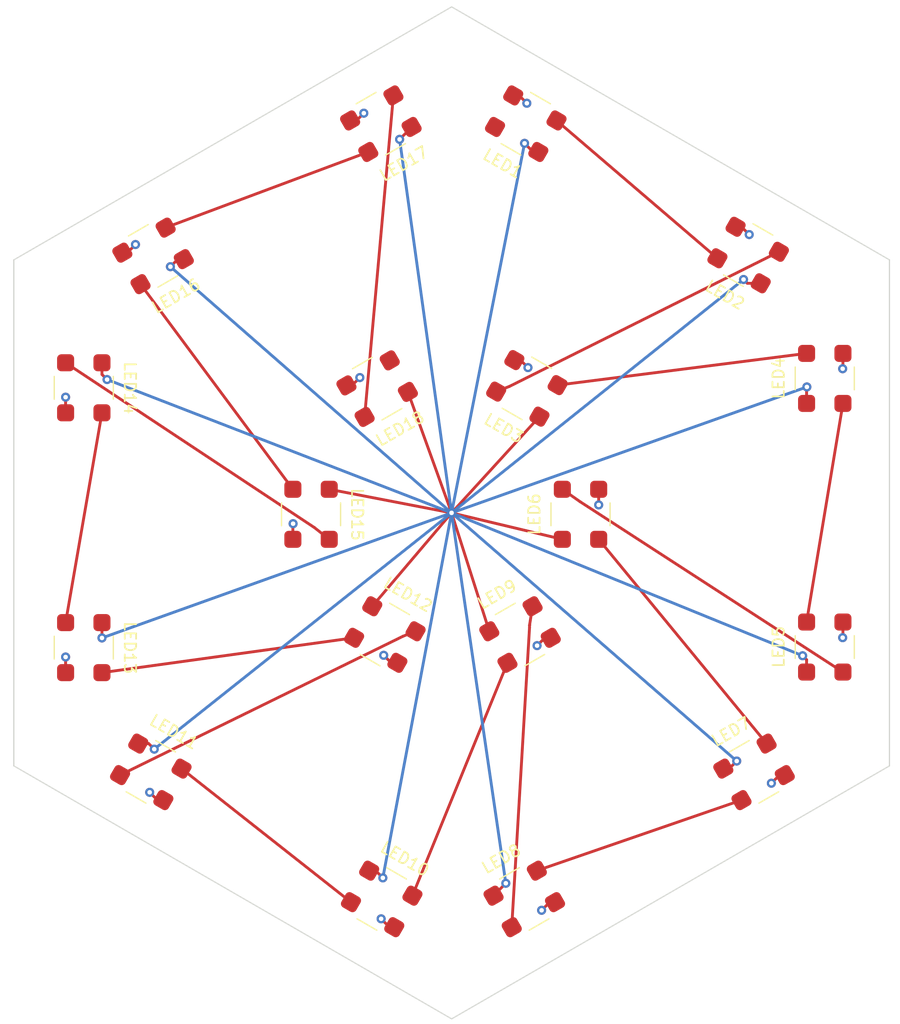
<source format=kicad_pcb>
(kicad_pcb (version 20211014) (generator pcbnew)
  (layers (0 "F.Cu" signal) (31 "B.Cu" signal) (34 "B.Paste" user) (35 "F.Paste" user) (36 "B.SilkS" user "B.Silkscreen") (37 "F.SilkS" user "F.Silkscreen") (38 "B.Mask" user) (39 "F.Mask" user) (44 "Edge.Cuts" user))
  (net 0 "")
  (net 1 "+5V")
  (net 2 "Net-(LED1-Pad2)")
  (net 3 "GND")
  (net 4 "Data IN")
  (net 5 "Net-(LED2-Pad2)")
  (net 6 "Net-(LED4-Pad2)")
  (net 7 "Net-(LED8-Pad2)")
  (net 8 "Net-(LED10-Pad4)")
  (net 9 "Net-(LED10-Pad2)")
  (net 10 "Net-(LED12-Pad2)")
  (net 11 "Net-(LED13-Pad2)")
  (net 12 "Net-(LED15-Pad2)")
  (net 13 "Net-(LED17-Pad2)")
  (net 14 "Net-(LED3-Pad2)")
  (net 15 "Net-(LED5-Pad2)")
  (net 16 "Net-(LED6-Pad2)")
  (net 17 "Net-(LED7-Pad2)")
  (net 18 "Net-(LED11-Pad2)")
  (net 19 "Net-(LED14-Pad2)")
  (net 20 "Net-(LED16-Pad2)")
  (footprint "Components:LED_SK6812RGBW_5050Metric_Pad1.5x1.5mm_HandSolder" (layer "F.Cu") (at 183.025 89.325 90)
    (fp_text reference "LED4" (at 0.01 -4.06 90 unlocked) (layer "F.SilkS"))
    (fp_text value "LED_SK6812RGBW_5050Metric_Pad1.5x1.5mm_HandSolder" hide)
    (fp_line (start -1 -2.6) (end 1 -2.6) (layer "F.SilkS") (width 0.12))
    (fp_line (start -1 2.6) (end 1 2.6) (layer "F.SilkS") (width 0.12))
    (pad "1" smd roundrect (at -2.2 -1.6 90) (size 1.5 1.5) (layers "F.Cu" "F.Paste" "F.Mask") (net 1 "+5V"))
    (pad "2" smd roundrect (at -2.2 1.6 90) (size 1.5 1.5) (layers "F.Cu" "F.Paste" "F.Mask") (net 6 "Net-(LED4-Pad2)"))
    (pad "3" smd roundrect (at 2.2 1.6 90) (size 1.5 1.5) (layers "F.Cu" "F.Paste" "F.Mask") (net 3 "GND"))
    (pad "4" smd roundrect (at 2.2 -1.6 90) (size 1.5 1.5) (layers "F.Cu" "F.Paste" "F.Mask") (net 14 "Net-(LED3-Pad2)"))
  )
  (footprint "Components:LED_SK6812RGBW_5050Metric_Pad1.5x1.5mm_HandSolder" (layer "F.Cu") (at 156.575 135.1 30)
    (fp_text reference "LED8" (at 0.01 -4.06 30 unlocked) (layer "F.SilkS"))
    (fp_text value "LED_SK6812RGBW_5050Metric_Pad1.5x1.5mm_HandSolder" hide)
    (fp_line (start -1 2.6) (end 1 2.6) (layer "F.SilkS") (width 0.12))
    (fp_line (start -1 -2.6) (end 1 -2.6) (layer "F.SilkS") (width 0.12))
    (pad "1" smd roundrect (at -2.2 -1.6 30) (size 1.5 1.5) (layers "F.Cu" "F.Paste" "F.Mask") (net 1 "+5V"))
    (pad "2" smd roundrect (at -2.2 1.6 30) (size 1.5 1.5) (layers "F.Cu" "F.Paste" "F.Mask") (net 7 "Net-(LED8-Pad2)"))
    (pad "3" smd roundrect (at 2.2 1.6 30) (size 1.5 1.5) (layers "F.Cu" "F.Paste" "F.Mask") (net 3 "GND"))
    (pad "4" smd roundrect (at 2.2 -1.6 30) (size 1.5 1.5) (layers "F.Cu" "F.Paste" "F.Mask") (net 17 "Net-(LED7-Pad2)"))
  )
  (footprint "Components:LED_SK6812RGBW_5050Metric_Pad1.5x1.5mm_HandSolder" (layer "F.Cu") (at 143.625 90.225 -150)
    (fp_text reference "LED18" (at 0.01 -4.06 -330 unlocked) (layer "F.SilkS"))
    (fp_text value "LED_SK6812RGBW_5050Metric_Pad1.5x1.5mm_HandSolder" hide)
    (fp_line (start -1 -2.6) (end 1 -2.6) (layer "F.SilkS") (width 0.12))
    (fp_line (start -1 2.6) (end 1 2.6) (layer "F.SilkS") (width 0.12))
    (pad "1" smd roundrect (at -2.2 -1.6 210) (size 1.5 1.5) (layers "F.Cu" "F.Paste" "F.Mask") (net 1 "+5V"))
    (pad "2" smd roundrect (at -2.2 1.6 210) (size 1.5 1.5) (layers "F.Cu" "F.Paste" "F.Mask"))
    (pad "3" smd roundrect (at 2.2 1.6 210) (size 1.5 1.5) (layers "F.Cu" "F.Paste" "F.Mask") (net 3 "GND"))
    (pad "4" smd roundrect (at 2.2 -1.6 210) (size 1.5 1.5) (layers "F.Cu" "F.Paste" "F.Mask") (net 13 "Net-(LED17-Pad2)"))
  )
  (footprint "Components:LED_SK6812RGBW_5050Metric_Pad1.5x1.5mm_HandSolder" (layer "F.Cu") (at 117.8 90.15 -90)
    (fp_text reference "LED14" (at 0.01 -4.06 -90 unlocked) (layer "F.SilkS"))
    (fp_text value "LED_SK6812RGBW_5050Metric_Pad1.5x1.5mm_HandSolder" hide)
    (fp_line (start -1 -2.6) (end 1 -2.6) (layer "F.SilkS") (width 0.12))
    (fp_line (start -1 2.6) (end 1 2.6) (layer "F.SilkS") (width 0.12))
    (pad "1" smd roundrect (at -2.2 -1.6 270) (size 1.5 1.5) (layers "F.Cu" "F.Paste" "F.Mask") (net 1 "+5V"))
    (pad "2" smd roundrect (at -2.2 1.6 270) (size 1.5 1.5) (layers "F.Cu" "F.Paste" "F.Mask") (net 19 "Net-(LED14-Pad2)"))
    (pad "3" smd roundrect (at 2.2 1.6 270) (size 1.5 1.5) (layers "F.Cu" "F.Paste" "F.Mask") (net 3 "GND"))
    (pad "4" smd roundrect (at 2.2 -1.6 270) (size 1.5 1.5) (layers "F.Cu" "F.Paste" "F.Mask") (net 11 "Net-(LED13-Pad2)"))
  )
  (footprint "Components:LED_SK6812RGBW_5050Metric_Pad1.5x1.5mm_HandSolder" (layer "F.Cu") (at 156.705935 66.925 150)
    (fp_text reference "LED1" (at 0.01 -4.06 -30 unlocked) (layer "F.SilkS"))
    (fp_text value "LED_SK6812RGBW_5050Metric_Pad1.5x1.5mm_HandSolder" hide)
    (fp_line (start -1 2.6) (end 1 2.6) (layer "F.SilkS") (width 0.12))
    (fp_line (start -1 -2.6) (end 1 -2.6) (layer "F.SilkS") (width 0.12))
    (pad "1" smd roundrect (at -2.2 -1.6 150) (size 1.5 1.5) (layers "F.Cu" "F.Paste" "F.Mask") (net 1 "+5V"))
    (pad "2" smd roundrect (at -2.2 1.6 150) (size 1.5 1.5) (layers "F.Cu" "F.Paste" "F.Mask") (net 2 "Net-(LED1-Pad2)"))
    (pad "3" smd roundrect (at 2.2 1.6 150) (size 1.5 1.5) (layers "F.Cu" "F.Paste" "F.Mask") (net 3 "GND"))
    (pad "4" smd roundrect (at 2.2 -1.6 150) (size 1.5 1.5) (layers "F.Cu" "F.Paste" "F.Mask") (net 4 "Data IN"))
  )
  (footprint "Components:LED_SK6812RGBW_5050Metric_Pad1.5x1.5mm_HandSolder" (layer "F.Cu") (at 144.025 135.1 -30)
    (fp_text reference "LED10" (at 0.01 -4.06 -30 unlocked) (layer "F.SilkS"))
    (fp_text value "LED_SK6812RGBW_5050Metric_Pad1.5x1.5mm_HandSolder" hide)
    (fp_line (start -1 -2.6) (end 1 -2.6) (layer "F.SilkS") (width 0.12))
    (fp_line (start -1 2.6) (end 1 2.6) (layer "F.SilkS") (width 0.12))
    (pad "1" smd roundrect (at -2.2 -1.6 330) (size 1.5 1.5) (layers "F.Cu" "F.Paste" "F.Mask") (net 1 "+5V"))
    (pad "2" smd roundrect (at -2.2 1.6 330) (size 1.5 1.5) (layers "F.Cu" "F.Paste" "F.Mask") (net 9 "Net-(LED10-Pad2)"))
    (pad "3" smd roundrect (at 2.2 1.6 330) (size 1.5 1.5) (layers "F.Cu" "F.Paste" "F.Mask") (net 3 "GND"))
    (pad "4" smd roundrect (at 2.2 -1.6 330) (size 1.5 1.5) (layers "F.Cu" "F.Paste" "F.Mask") (net 8 "Net-(LED10-Pad4)"))
  )
  (footprint "Components:LED_SK6812RGBW_5050Metric_Pad1.5x1.5mm_HandSolder" (layer "F.Cu") (at 183.025 112.95 90)
    (fp_text reference "LED5" (at 0.01 -4.06 90 unlocked) (layer "F.SilkS"))
    (fp_text value "LED_SK6812RGBW_5050Metric_Pad1.5x1.5mm_HandSolder" hide)
    (fp_line (start -1 2.6) (end 1 2.6) (layer "F.SilkS") (width 0.12))
    (fp_line (start -1 -2.6) (end 1 -2.6) (layer "F.SilkS") (width 0.12))
    (pad "1" smd roundrect (at -2.2 -1.6 90) (size 1.5 1.5) (layers "F.Cu" "F.Paste" "F.Mask") (net 1 "+5V"))
    (pad "2" smd roundrect (at -2.2 1.6 90) (size 1.5 1.5) (layers "F.Cu" "F.Paste" "F.Mask") (net 15 "Net-(LED5-Pad2)"))
    (pad "3" smd roundrect (at 2.2 1.6 90) (size 1.5 1.5) (layers "F.Cu" "F.Paste" "F.Mask") (net 3 "GND"))
    (pad "4" smd roundrect (at 2.2 -1.6 90) (size 1.5 1.5) (layers "F.Cu" "F.Paste" "F.Mask") (net 6 "Net-(LED4-Pad2)"))
  )
  (footprint "Components:LED_SK6812RGBW_5050Metric_Pad1.5x1.5mm_HandSolder" (layer "F.Cu") (at 176.280935 78.475 150)
    (fp_text reference "LED2" (at 0.01 -4.06 330 unlocked) (layer "F.SilkS"))
    (fp_text value "LED_SK6812RGBW_5050Metric_Pad1.5x1.5mm_HandSolder" hide)
    (fp_line (start -1 2.6) (end 1 2.6) (layer "F.SilkS") (width 0.12))
    (fp_line (start -1 -2.6) (end 1 -2.6) (layer "F.SilkS") (width 0.12))
    (pad "1" smd roundrect (at -2.2 -1.6 150) (size 1.5 1.5) (layers "F.Cu" "F.Paste" "F.Mask") (net 1 "+5V"))
    (pad "2" smd roundrect (at -2.2 1.6 150) (size 1.5 1.5) (layers "F.Cu" "F.Paste" "F.Mask") (net 5 "Net-(LED2-Pad2)"))
    (pad "3" smd roundrect (at 2.2 1.6 150) (size 1.5 1.5) (layers "F.Cu" "F.Paste" "F.Mask") (net 3 "GND"))
    (pad "4" smd roundrect (at 2.2 -1.6 150) (size 1.5 1.5) (layers "F.Cu" "F.Paste" "F.Mask") (net 2 "Net-(LED1-Pad2)"))
  )
  (footprint "Components:LED_SK6812RGBW_5050Metric_Pad1.5x1.5mm_HandSolder" (layer "F.Cu") (at 123.9 78.55 -150)
    (fp_text reference "LED16" (at 0.01 -4.06 30 unlocked) (layer "F.SilkS"))
    (fp_text value "LED_SK6812RGBW_5050Metric_Pad1.5x1.5mm_HandSolder" hide)
    (fp_line (start -1 -2.6) (end 1 -2.6) (layer "F.SilkS") (width 0.12))
    (fp_line (start -1 2.6) (end 1 2.6) (layer "F.SilkS") (width 0.12))
    (pad "1" smd roundrect (at -2.2 -1.6 210) (size 1.5 1.5) (layers "F.Cu" "F.Paste" "F.Mask") (net 1 "+5V"))
    (pad "2" smd roundrect (at -2.2 1.6 210) (size 1.5 1.5) (layers "F.Cu" "F.Paste" "F.Mask") (net 20 "Net-(LED16-Pad2)"))
    (pad "3" smd roundrect (at 2.2 1.6 210) (size 1.5 1.5) (layers "F.Cu" "F.Paste" "F.Mask") (net 3 "GND"))
    (pad "4" smd roundrect (at 2.2 -1.6 210) (size 1.5 1.5) (layers "F.Cu" "F.Paste" "F.Mask") (net 12 "Net-(LED15-Pad2)"))
  )
  (footprint "Components:LED_SK6812RGBW_5050Metric_Pad1.5x1.5mm_HandSolder" (layer "F.Cu") (at 123.7 123.925 -30)
    (fp_text reference "LED11" (at 0.01 -4.06 -30 unlocked) (layer "F.SilkS"))
    (fp_text value "LED_SK6812RGBW_5050Metric_Pad1.5x1.5mm_HandSolder" hide)
    (fp_line (start -1 -2.6) (end 1 -2.6) (layer "F.SilkS") (width 0.12))
    (fp_line (start -1 2.6) (end 1 2.6) (layer "F.SilkS") (width 0.12))
    (pad "1" smd roundrect (at -2.2 -1.6 330) (size 1.5 1.5) (layers "F.Cu" "F.Paste" "F.Mask") (net 1 "+5V"))
    (pad "2" smd roundrect (at -2.2 1.6 330) (size 1.5 1.5) (layers "F.Cu" "F.Paste" "F.Mask") (net 18 "Net-(LED11-Pad2)"))
    (pad "3" smd roundrect (at 2.2 1.6 330) (size 1.5 1.5) (layers "F.Cu" "F.Paste" "F.Mask") (net 3 "GND"))
    (pad "4" smd roundrect (at 2.2 -1.6 330) (size 1.5 1.5) (layers "F.Cu" "F.Paste" "F.Mask") (net 9 "Net-(LED10-Pad2)"))
  )
  (footprint "Components:LED_SK6812RGBW_5050Metric_Pad1.5x1.5mm_HandSolder" (layer "F.Cu") (at 144.3 111.85 -30)
    (fp_text reference "LED12" (at 0.01 -4.06 -30 unlocked) (layer "F.SilkS"))
    (fp_text value "LED_SK6812RGBW_5050Metric_Pad1.5x1.5mm_HandSolder" hide)
    (fp_line (start -1 2.6) (end 1 2.6) (layer "F.SilkS") (width 0.12))
    (fp_line (start -1 -2.6) (end 1 -2.6) (layer "F.SilkS") (width 0.12))
    (pad "1" smd roundrect (at -2.2 -1.6 330) (size 1.5 1.5) (layers "F.Cu" "F.Paste" "F.Mask") (net 1 "+5V"))
    (pad "2" smd roundrect (at -2.2 1.6 330) (size 1.5 1.5) (layers "F.Cu" "F.Paste" "F.Mask") (net 10 "Net-(LED12-Pad2)"))
    (pad "3" smd roundrect (at 2.2 1.6 330) (size 1.5 1.5) (layers "F.Cu" "F.Paste" "F.Mask") (net 3 "GND"))
    (pad "4" smd roundrect (at 2.2 -1.6 330) (size 1.5 1.5) (layers "F.Cu" "F.Paste" "F.Mask") (net 18 "Net-(LED11-Pad2)"))
  )
  (footprint "Components:LED_SK6812RGBW_5050Metric_Pad1.5x1.5mm_HandSolder" (layer "F.Cu") (at 143.95 66.925 -150)
    (fp_text reference "LED17" (at 0.01 -4.06 -330 unlocked) (layer "F.SilkS"))
    (fp_text value "LED_SK6812RGBW_5050Metric_Pad1.5x1.5mm_HandSolder" hide)
    (fp_line (start -1 -2.6) (end 1 -2.6) (layer "F.SilkS") (width 0.12))
    (fp_line (start -1 2.6) (end 1 2.6) (layer "F.SilkS") (width 0.12))
    (pad "1" smd roundrect (at -2.2 -1.6 210) (size 1.5 1.5) (layers "F.Cu" "F.Paste" "F.Mask") (net 1 "+5V"))
    (pad "2" smd roundrect (at -2.2 1.6 210) (size 1.5 1.5) (layers "F.Cu" "F.Paste" "F.Mask") (net 13 "Net-(LED17-Pad2)"))
    (pad "3" smd roundrect (at 2.2 1.6 210) (size 1.5 1.5) (layers "F.Cu" "F.Paste" "F.Mask") (net 3 "GND"))
    (pad "4" smd roundrect (at 2.2 -1.6 210) (size 1.5 1.5) (layers "F.Cu" "F.Paste" "F.Mask") (net 20 "Net-(LED16-Pad2)"))
  )
  (footprint "Components:LED_SK6812RGBW_5050Metric_Pad1.5x1.5mm_HandSolder" (layer "F.Cu") (at 156.2 111.85 30)
    (fp_text reference "LED9" (at 0.01 -4.06 30 unlocked) (layer "F.SilkS"))
    (fp_text value "LED_SK6812RGBW_5050Metric_Pad1.5x1.5mm_HandSolder" hide)
    (fp_line (start -1 -2.6) (end 1 -2.6) (layer "F.SilkS") (width 0.12))
    (fp_line (start -1 2.6) (end 1 2.6) (layer "F.SilkS") (width 0.12))
    (pad "1" smd roundrect (at -2.2 -1.6 30) (size 1.5 1.5) (layers "F.Cu" "F.Paste" "F.Mask") (net 1 "+5V"))
    (pad "2" smd roundrect (at -2.2 1.6 30) (size 1.5 1.5) (layers "F.Cu" "F.Paste" "F.Mask") (net 8 "Net-(LED10-Pad4)"))
    (pad "3" smd roundrect (at 2.2 1.6 30) (size 1.5 1.5) (layers "F.Cu" "F.Paste" "F.Mask") (net 3 "GND"))
    (pad "4" smd roundrect (at 2.2 -1.6 30) (size 1.5 1.5) (layers "F.Cu" "F.Paste" "F.Mask") (net 7 "Net-(LED8-Pad2)"))
  )
  (footprint "Components:LED_SK6812RGBW_5050Metric_Pad1.5x1.5mm_HandSolder" (layer "F.Cu") (at 161.525 101.275 90)
    (fp_text reference "LED6" (at 0.01 -4.06 90 unlocked) (layer "F.SilkS"))
    (fp_text value "LED_SK6812RGBW_5050Metric_Pad1.5x1.5mm_HandSolder" hide)
    (fp_line (start -1 2.6) (end 1 2.6) (layer "F.SilkS") (width 0.12))
    (fp_line (start -1 -2.6) (end 1 -2.6) (layer "F.SilkS") (width 0.12))
    (pad "1" smd roundrect (at -2.2 -1.6 90) (size 1.5 1.5) (layers "F.Cu" "F.Paste" "F.Mask") (net 1 "+5V"))
    (pad "2" smd roundrect (at -2.2 1.6 90) (size 1.5 1.5) (layers "F.Cu" "F.Paste" "F.Mask") (net 16 "Net-(LED6-Pad2)"))
    (pad "3" smd roundrect (at 2.2 1.6 90) (size 1.5 1.5) (layers "F.Cu" "F.Paste" "F.Mask") (net 3 "GND"))
    (pad "4" smd roundrect (at 2.2 -1.6 90) (size 1.5 1.5) (layers "F.Cu" "F.Paste" "F.Mask") (net 15 "Net-(LED5-Pad2)"))
  )
  (footprint "Components:LED_SK6812RGBW_5050Metric_Pad1.5x1.5mm_HandSolder" (layer "F.Cu") (at 156.805935 90.2 150)
    (fp_text reference "LED3" (at 0.01 -4.06 330 unlocked) (layer "F.SilkS"))
    (fp_text value "LED_SK6812RGBW_5050Metric_Pad1.5x1.5mm_HandSolder" hide)
    (fp_line (start -1 -2.6) (end 1 -2.6) (layer "F.SilkS") (width 0.12))
    (fp_line (start -1 2.6) (end 1 2.6) (layer "F.SilkS") (width 0.12))
    (pad "1" smd roundrect (at -2.2 -1.6 150) (size 1.5 1.5) (layers "F.Cu" "F.Paste" "F.Mask") (net 1 "+5V"))
    (pad "2" smd roundrect (at -2.2 1.6 150) (size 1.5 1.5) (layers "F.Cu" "F.Paste" "F.Mask") (net 14 "Net-(LED3-Pad2)"))
    (pad "3" smd roundrect (at 2.2 1.6 150) (size 1.5 1.5) (layers "F.Cu" "F.Paste" "F.Mask") (net 3 "GND"))
    (pad "4" smd roundrect (at 2.2 -1.6 150) (size 1.5 1.5) (layers "F.Cu" "F.Paste" "F.Mask") (net 5 "Net-(LED2-Pad2)"))
  )
  (footprint "Components:LED_SK6812RGBW_5050Metric_Pad1.5x1.5mm_HandSolder" (layer "F.Cu") (at 117.8 113 -90)
    (fp_text reference "LED13" (at 0.01 -4.06 -90 unlocked) (layer "F.SilkS"))
    (fp_text value "LED_SK6812RGBW_5050Metric_Pad1.5x1.5mm_HandSolder" hide)
    (fp_line (start -1 -2.6) (end 1 -2.6) (layer "F.SilkS") (width 0.12))
    (fp_line (start -1 2.6) (end 1 2.6) (layer "F.SilkS") (width 0.12))
    (pad "1" smd roundrect (at -2.2 -1.6 270) (size 1.5 1.5) (layers "F.Cu" "F.Paste" "F.Mask") (net 1 "+5V"))
    (pad "2" smd roundrect (at -2.2 1.6 270) (size 1.5 1.5) (layers "F.Cu" "F.Paste" "F.Mask") (net 11 "Net-(LED13-Pad2)"))
    (pad "3" smd roundrect (at 2.2 1.6 270) (size 1.5 1.5) (layers "F.Cu" "F.Paste" "F.Mask") (net 3 "GND"))
    (pad "4" smd roundrect (at 2.2 -1.6 270) (size 1.5 1.5) (layers "F.Cu" "F.Paste" "F.Mask") (net 10 "Net-(LED12-Pad2)"))
  )
  (footprint "Components:LED_SK6812RGBW_5050Metric_Pad1.5x1.5mm_HandSolder" (layer "F.Cu") (at 176.8 123.925 30)
    (fp_text reference "LED7" (at 0.01 -4.06 30 unlocked) (layer "F.SilkS"))
    (fp_text value "LED_SK6812RGBW_5050Metric_Pad1.5x1.5mm_HandSolder" hide)
    (fp_line (start -1 2.6) (end 1 2.6) (layer "F.SilkS") (width 0.12))
    (fp_line (start -1 -2.6) (end 1 -2.6) (layer "F.SilkS") (width 0.12))
    (pad "1" smd roundrect (at -2.2 -1.6 30) (size 1.5 1.5) (layers "F.Cu" "F.Paste" "F.Mask") (net 1 "+5V"))
    (pad "2" smd roundrect (at -2.2 1.6 30) (size 1.5 1.5) (layers "F.Cu" "F.Paste" "F.Mask") (net 17 "Net-(LED7-Pad2)"))
    (pad "3" smd roundrect (at 2.2 1.6 30) (size 1.5 1.5) (layers "F.Cu" "F.Paste" "F.Mask") (net 3 "GND"))
    (pad "4" smd roundrect (at 2.2 -1.6 30) (size 1.5 1.5) (layers "F.Cu" "F.Paste" "F.Mask") (net 16 "Net-(LED6-Pad2)"))
  )
  (footprint "Components:LED_SK6812RGBW_5050Metric_Pad1.5x1.5mm_HandSolder" (layer "F.Cu") (at 137.805935 101.275 -90)
    (fp_text reference "LED15" (at 0.01 -4.06 -90 unlocked) (layer "F.SilkS"))
    (fp_text value "LED_SK6812RGBW_5050Metric_Pad1.5x1.5mm_HandSolder" hide)
    (fp_line (start -1 2.6) (end 1 2.6) (layer "F.SilkS") (width 0.12))
    (fp_line (start -1 -2.6) (end 1 -2.6) (layer "F.SilkS") (width 0.12))
    (pad "1" smd roundrect (at -2.2 -1.6 270) (size 1.5 1.5) (layers "F.Cu" "F.Paste" "F.Mask") (net 1 "+5V"))
    (pad "2" smd roundrect (at -2.2 1.6 270) (size 1.5 1.5) (layers "F.Cu" "F.Paste" "F.Mask") (net 12 "Net-(LED15-Pad2)"))
    (pad "3" smd roundrect (at 2.2 1.6 270) (size 1.5 1.5) (layers "F.Cu" "F.Paste" "F.Mask") (net 3 "GND"))
    (pad "4" smd roundrect (at 2.2 -1.6 270) (size 1.5 1.5) (layers "F.Cu" "F.Paste" "F.Mask") (net 19 "Net-(LED14-Pad2)"))
  )
  (gr_line (start 150.180935 56.65) (end 111.642805 78.9) (layer "Edge.Cuts") (width 0.1))
  (gr_line (start 111.642805 123.4) (end 150.180935 145.65) (layer "Edge.Cuts") (width 0.1))
  (gr_line (start 188.719065 78.9) (end 150.180935 56.65) (layer "Edge.Cuts") (width 0.1))
  (gr_line (start 188.719065 123.4) (end 188.719065 78.9) (layer "Edge.Cuts") (width 0.1))
  (gr_line (start 111.642805 123.4) (end 111.642805 78.9) (layer "Edge.Cuts") (width 0.1))
  (gr_line (start 150.180935 145.65) (end 188.719066 123.4) (layer "Edge.Cuts") (width 0.1))
  (segment (start 143.489359 132.614359) (end 144.125 133.25) (width 0.25) (layer "F.Cu") (net 1))
  (segment (start 181.425 114.064031) (end 181.425 115.15) (width 0.25) (layer "F.Cu") (net 1))
  (segment (start 146.655256 67.244744) (end 145.6 68.3) (width 0.25) (layer "F.Cu") (net 1))
  (segment (start 177.386191 80.960641) (end 176.210641 80.960641) (width 0.25) (layer "F.Cu") (net 1))
  (segment (start 181.425 91.525) (end 181.425 90.1) (width 0.25) (layer "F.Cu") (net 1))
  (segment (start 153.869744 134.814359) (end 153.869744 134.805256) (width 0.25) (layer "F.Cu") (net 1))
  (segment (start 146.330256 90.510641) (end 150.175 101.15) (width 0.25) (layer "F.Cu") (net 1))
  (segment (start 176.210641 80.960641) (end 175.875 80.625) (width 0.25) (layer "F.Cu") (net 1))
  (segment (start 143.194744 109.364359) (end 143.310641 109.364359) (width 0.25) (layer "F.Cu") (net 1))
  (segment (start 126.605256 78.835641) (end 126.089359 78.835641) (width 0.25) (layer "F.Cu") (net 1))
  (segment (start 157.811191 69.410641) (end 157.360641 69.410641) (width 0.25) (layer "F.Cu") (net 1))
  (segment (start 153.494744 111.564359) (end 150.175 101.15) (width 0.25) (layer "F.Cu") (net 1))
  (segment (start 143.194744 109.364359) (end 150.175 101.15) (width 0.25) (layer "F.Cu") (net 1))
  (segment (start 159.925 103.475) (end 150.175 101.15) (width 0.25) (layer "F.Cu") (net 1))
  (segment (start 146.655256 67.210641) (end 146.655256 67.244744) (width 0.25) (layer "F.Cu") (net 1))
  (segment (start 119.4 88.975) (end 119.85 89.425) (width 0.25) (layer "F.Cu") (net 1))
  (segment (start 139.405935 99.075) (end 150.175 101.15) (width 0.25) (layer "F.Cu") (net 1))
  (segment (start 174.094744 123.639359) (end 174.610641 123.639359) (width 0.25) (layer "F.Cu") (net 1))
  (segment (start 124.002495 121.929097) (end 123.512757 121.439359) (width 0.25) (layer "F.Cu") (net 1))
  (segment (start 181.425 90.1) (end 181.45 90.075) (width 0.25) (layer "F.Cu") (net 1))
  (segment (start 181.075702 113.714733) (end 181.425 114.064031) (width 0.25) (layer "F.Cu") (net 1))
  (segment (start 119.4 110.8) (end 119.4 112.15) (width 0.25) (layer "F.Cu") (net 1))
  (segment (start 174.610641 123.639359) (end 175.275 122.975) (width 0.25) (layer "F.Cu") (net 1))
  (segment (start 153.869744 134.805256) (end 154.95 133.725) (width 0.25) (layer "F.Cu") (net 1))
  (segment (start 157.911191 92.685641) (end 150.175 101.15) (width 0.25) (layer "F.Cu") (net 1))
  (segment (start 123.512757 121.439359) (end 122.594744 121.439359) (width 0.25) (layer "F.Cu") (net 1))
  (segment (start 126.089359 78.835641) (end 125.425 79.5) (width 0.25) (layer "F.Cu") (net 1))
  (segment (start 157.911191 92.685641) (end 157.911191 93.138809) (width 0.25) (layer "F.Cu") (net 1))
  (segment (start 157.360641 69.410641) (end 156.6 68.65) (width 0.25) (layer "F.Cu") (net 1))
  (segment (start 119.4 87.95) (end 119.4 88.975) (width 0.25) (layer "F.Cu") (net 1))
  (segment (start 142.919744 132.614359) (end 143.489359 132.614359) (width 0.25) (layer "F.Cu") (net 1))
  (via (at 124.002495 121.929097) (size 0.8) (drill 0.4) (layers "F.Cu" "B.Cu") (net 1))
  (via (at 175.875 80.625) (size 0.8) (drill 0.4) (layers "F.Cu" "B.Cu") (net 1))
  (via (at 181.075702 113.714733) (size 0.8) (drill 0.4) (layers "F.Cu" "B.Cu") (net 1))
  (via (at 119.85 89.425) (size 0.8) (drill 0.4) (layers "F.Cu" "B.Cu") (net 1))
  (via (at 181.45 90.075) (size 0.8) (drill 0.4) (layers "F.Cu" "B.Cu") (net 1))
  (via (at 144.125 133.25) (size 0.8) (drill 0.4) (layers "F.Cu" "B.Cu") (net 1))
  (via (at 150.175 101.15) (size 0.8) (drill 0.4) (layers "F.Cu" "B.Cu") (net 1))
  (via (at 125.425 79.5) (size 0.8) (drill 0.4) (layers "F.Cu" "B.Cu") (net 1))
  (via (at 156.6 68.65) (size 0.8) (drill 0.4) (layers "F.Cu" "B.Cu") (net 1))
  (via (at 145.6 68.3) (size 0.8) (drill 0.4) (layers "F.Cu" "B.Cu") (net 1))
  (via (at 175.275 122.975) (size 0.8) (drill 0.4) (layers "F.Cu" "B.Cu") (net 1))
  (via (at 154.95 133.725) (size 0.8) (drill 0.4) (layers "F.Cu" "B.Cu") (net 1))
  (via (at 119.4 112.15) (size 0.8) (drill 0.4) (layers "F.Cu" "B.Cu") (net 1))
  (segment (start 119.4 112.15) (end 150.175 101.15) (width 0.25) (layer "B.Cu") (net 1))
  (segment (start 125.425 79.5) (end 150.175 101.15) (width 0.25) (layer "B.Cu") (net 1))
  (segment (start 181.45 90.075) (end 150.175 101.15) (width 0.25) (layer "B.Cu") (net 1))
  (segment (start 119.85 89.425) (end 150.175 101.15) (width 0.25) (layer "B.Cu") (net 1))
  (segment (start 124.002495 121.929097) (end 150.175 101.15) (width 0.25) (layer "B.Cu") (net 1))
  (segment (start 175.875 80.625) (end 150.175 101.15) (width 0.25) (layer "B.Cu") (net 1))
  (segment (start 181.075702 113.714733) (end 150.175 101.15) (width 0.25) (layer "B.Cu") (net 1))
  (segment (start 156.6 68.65) (end 150.175 101.15) (width 0.25) (layer "B.Cu") (net 1))
  (segment (start 175.275 122.975) (end 150.175 101.15) (width 0.25) (layer "B.Cu") (net 1))
  (segment (start 144.125 133.25) (end 150.175 101.15) (width 0.25) (layer "B.Cu") (net 1))
  (segment (start 154.95 133.725) (end 150.175 101.15) (width 0.25) (layer "B.Cu") (net 1))
  (segment (start 145.6 68.3) (end 150.175 101.15) (width 0.25) (layer "B.Cu") (net 1))
  (segment (start 159.411191 66.639359) (end 173.575679 78.760641) (width 0.25) (layer "F.Cu") (net 2))
  (segment (start 155.600679 64.439359) (end 156.114359 64.439359) (width 0.25) (layer "F.Cu") (net 3))
  (segment (start 175.175679 75.989359) (end 175.689359 75.989359) (width 0.25) (layer "F.Cu") (net 3))
  (segment (start 155.700679 87.714359) (end 156.239359 87.714359) (width 0.25) (layer "F.Cu") (net 3))
  (segment (start 175.689359 75.989359) (end 176.375 76.675) (width 0.25) (layer "F.Cu") (net 3))
  (segment (start 136.205935 102.119065) (end 136.225 102.1) (width 0.25) (layer "F.Cu") (net 3))
  (segment (start 144.710641 137.585641) (end 143.975 136.85) (width 0.25) (layer "F.Cu") (net 3))
  (segment (start 124.805256 126.410641) (end 124.285641 126.410641) (width 0.25) (layer "F.Cu") (net 3))
  (segment (start 156.114359 64.439359) (end 156.8 65.125) (width 0.25) (layer "F.Cu") (net 3))
  (segment (start 179.039359 124.210641) (end 178.325 124.925) (width 0.25) (layer "F.Cu") (net 3))
  (segment (start 116.2 115.2) (end 116.2 113.825) (width 0.25) (layer "F.Cu") (net 3))
  (segment (start 184.625 88.45) (end 184.6 88.475) (width 0.25) (layer "F.Cu") (net 3))
  (segment (start 184.625 110.75) (end 184.625 112.1) (width 0.25) (layer "F.Cu") (net 3))
  (segment (start 158.389359 112.135641) (end 157.7 112.825) (width 0.25) (layer "F.Cu") (net 3))
  (segment (start 145.130256 137.585641) (end 144.710641 137.585641) (width 0.25) (layer "F.Cu") (net 3))
  (segment (start 121.194744 78.264359) (end 121.635641 78.264359) (width 0.25) (layer "F.Cu") (net 3))
  (segment (start 124.285641 126.410641) (end 123.6 125.725) (width 0.25) (layer "F.Cu") (net 3))
  (segment (start 163.125 99.075) (end 163.125 100.45) (width 0.25) (layer "F.Cu") (net 3))
  (segment (start 144.860641 114.335641) (end 144.2 113.675) (width 0.25) (layer "F.Cu") (net 3))
  (segment (start 156.239359 87.714359) (end 156.9 88.375) (width 0.25) (layer "F.Cu") (net 3))
  (segment (start 141.810641 66.639359) (end 142.45 66) (width 0.25) (layer "F.Cu") (net 3))
  (segment (start 159.280256 135.385641) (end 158.814359 135.385641) (width 0.25) (layer "F.Cu") (net 3))
  (segment (start 141.410641 89.939359) (end 142.1 89.25) (width 0.25) (layer "F.Cu") (net 3))
  (segment (start 184.625 87.125) (end 184.625 88.45) (width 0.25) (layer "F.Cu") (net 3))
  (segment (start 184.625 112.1) (end 184.6 112.125) (width 0.25) (layer "F.Cu") (net 3))
  (segment (start 136.205935 103.475) (end 136.205935 102.119065) (width 0.25) (layer "F.Cu") (net 3))
  (segment (start 145.405256 114.335641) (end 144.860641 114.335641) (width 0.25) (layer "F.Cu") (net 3))
  (segment (start 141.244744 66.639359) (end 141.810641 66.639359) (width 0.25) (layer "F.Cu") (net 3))
  (segment (start 121.635641 78.264359) (end 122.35 77.55) (width 0.25) (layer "F.Cu") (net 3))
  (segment (start 179.505256 124.210641) (end 179.039359 124.210641) (width 0.25) (layer "F.Cu") (net 3))
  (segment (start 158.905256 112.135641) (end 158.389359 112.135641) (width 0.25) (layer "F.Cu") (net 3))
  (segment (start 140.919744 89.939359) (end 141.410641 89.939359) (width 0.25) (layer "F.Cu") (net 3))
  (segment (start 116.2 92.35) (end 116.2 90.975) (width 0.25) (layer "F.Cu") (net 3))
  (segment (start 158.814359 135.385641) (end 158.1 136.1) (width 0.25) (layer "F.Cu") (net 3))
  (via (at 184.6 88.475) (size 0.8) (drill 0.4) (layers "F.Cu" "B.Cu") (net 3))
  (via (at 163.125 100.45) (size 0.8) (drill 0.4) (layers "F.Cu" "B.Cu") (net 3))
  (via (at 116.2 113.825) (size 0.8) (drill 0.4) (layers "F.Cu" "B.Cu") (net 3))
  (via (at 158.1 136.1) (size 0.8) (drill 0.4) (layers "F.Cu" "B.Cu") (net 3))
  (via (at 156.8 65.125) (size 0.8) (drill 0.4) (layers "F.Cu" "B.Cu") (net 3))
  (via (at 184.6 112.125) (size 0.8) (drill 0.4) (layers "F.Cu" "B.Cu") (net 3))
  (via (at 122.35 77.55) (size 0.8) (drill 0.4) (layers "F.Cu" "B.Cu") (net 3))
  (via (at 142.45 66) (size 0.8) (drill 0.4) (layers "F.Cu" "B.Cu") (net 3))
  (via (at 144.2 113.675) (size 0.8) (drill 0.4) (layers "F.Cu" "B.Cu") (net 3))
  (via (at 136.225 102.1) (size 0.8) (drill 0.4) (layers "F.Cu" "B.Cu") (net 3))
  (via (at 156.9 88.375) (size 0.8) (drill 0.4) (layers "F.Cu" "B.Cu") (net 3))
  (via (at 176.375 76.675) (size 0.8) (drill 0.4) (layers "F.Cu" "B.Cu") (net 3))
  (via (at 123.6 125.725) (size 0.8) (drill 0.4) (layers "F.Cu" "B.Cu") (net 3))
  (via (at 143.975 136.85) (size 0.8) (drill 0.4) (layers "F.Cu" "B.Cu") (net 3))
  (via (at 157.7 112.825) (size 0.8) (drill 0.4) (layers "F.Cu" "B.Cu") (net 3))
  (via (at 178.325 124.925) (size 0.8) (drill 0.4) (layers "F.Cu" "B.Cu") (net 3))
  (via (at 116.2 90.975) (size 0.8) (drill 0.4) (layers "F.Cu" "B.Cu") (net 3))
  (via (at 142.1 89.25) (size 0.8) (drill 0.4) (layers "F.Cu" "B.Cu") (net 3))
  (segment (start 155.275 90.025) (end 154.100679 90.485641) (width 0.25) (layer "F.Cu") (net 5))
  (segment (start 178.986191 78.189359) (end 155.275 90.025) (width 0.25) (layer "F.Cu") (net 5))
  (segment (start 184.625 91.525) (end 181.425 110.75) (width 0.25) (layer "F.Cu") (net 6))
  (segment (start 157.037365 111.037635) (end 157.305256 109.364359) (width 0.25) (layer "F.Cu") (net 7))
  (segment (start 157.037365 111.237365) (end 157.037365 111.037635) (width 0.25) (layer "F.Cu") (net 7))
  (segment (start 157.037365 111.037635) (end 157.05 111.025) (width 0.25) (layer "F.Cu") (net 7))
  (segment (start 155.469744 137.585641) (end 157.037365 111.237365) (width 0.25) (layer "F.Cu") (net 7))
  (segment (start 155.094744 114.335641) (end 146.730256 134.814359) (width 0.25) (layer "F.Cu") (net 8))
  (segment (start 141.319744 135.385641) (end 126.405256 123.639359) (width 0.25) (layer "F.Cu") (net 9))
  (segment (start 141.594744 112.135641) (end 119.4 115.2) (width 0.25) (layer "F.Cu") (net 10))
  (segment (start 116.2 110.8) (end 119.4 92.35) (width 0.25) (layer "F.Cu") (net 11))
  (segment (start 136.205935 99.075) (end 122.794744 81.035641) (width 0.25) (layer "F.Cu") (net 12))
  (segment (start 145.055256 64.439359) (end 142.519744 92.710641) (width 0.25) (layer "F.Cu") (net 13))
  (segment (start 159.511191 89.914359) (end 181.425 87.125) (width 0.25) (layer "F.Cu") (net 14))
  (segment (start 184.625 115.15) (end 161.5 100.175) (width 0.25) (layer "F.Cu") (net 15))
  (segment (start 161.5 100.175) (end 159.925 99.075) (width 0.25) (layer "F.Cu") (net 15))
  (segment (start 163.125 103.475) (end 177.905256 121.439359) (width 0.25) (layer "F.Cu") (net 16))
  (segment (start 175.694744 126.410641) (end 157.680256 132.614359) (width 0.25) (layer "F.Cu") (net 17))
  (segment (start 145.9 112) (end 147.005256 111.564359) (width 0.25) (layer "F.Cu") (net 18))
  (segment (start 120.994744 124.210641) (end 145.9 112) (width 0.25) (layer "F.Cu") (net 18))
  (segment (start 138.104645 102.445355) (end 139.405935 103.475) (width 0.25) (layer "F.Cu") (net 19))
  (segment (start 116.2 87.95) (end 138.104645 102.445355) (width 0.25) (layer "F.Cu") (net 19))
  (segment (start 125.005256 76.064359) (end 142.844744 69.410641) (width 0.25) (layer "F.Cu") (net 20))
)
</source>
